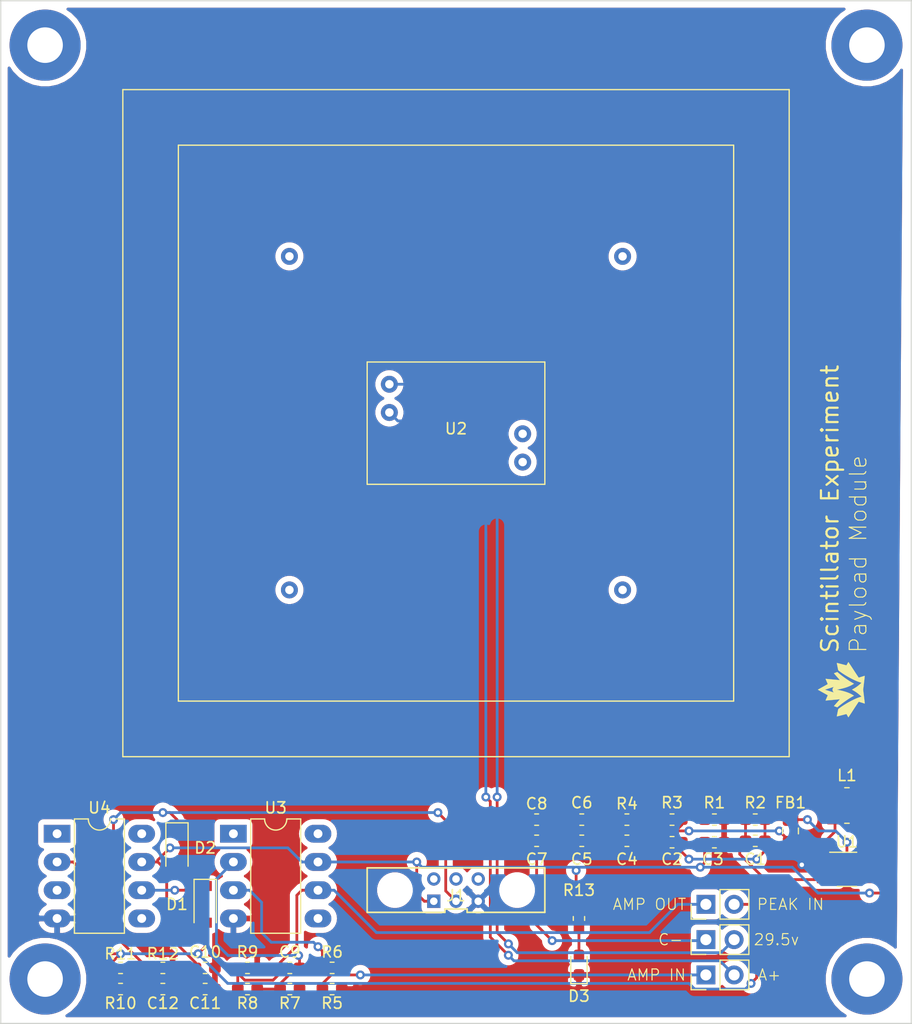
<source format=kicad_pcb>
(kicad_pcb (version 20171130) (host pcbnew "(5.1.5-0-10_14)")
  (layers (0 F.Cu signal) (31 B.Cu signal) (34 B.Paste user) (35 F.Paste user) (36 B.SilkS user) (37 F.SilkS user) (38 B.Mask user) (39 F.Mask user) (44 Edge.Cuts user))
  (net 0 "")
  (net 1 "Net-(C1-Pad2)")
  (net 2 "Net-(C1-Pad1)")
  (net 3 GND)
  (net 4 +5V)
  (net 5 "Net-(C4-Pad1)")
  (net 6 "Net-(C5-Pad1)")
  (net 7 "Net-(C6-Pad1)")
  (net 8 "Net-(C9-Pad1)")
  (net 9 "Net-(C9-Pad2)")
  (net 10 "Net-(C12-Pad1)")
  (net 11 "Net-(D1-Pad1)")
  (net 12 "Net-(D1-Pad2)")
  (net 13 "Net-(D3-Pad2)")
  (net 14 "Net-(JP1-Pad2)")
  (net 15 "Net-(JP1-Pad1)")
  (net 16 "Net-(JP2-Pad2)")
  (net 17 "Net-(L1-Pad1)")
  (net 18 "Net-(R6-Pad1)")
  (net 19 "Net-(U3-Pad1)")
  (net 20 "Net-(U3-Pad5)")
  (net 21 "Net-(U3-Pad8)")
  (net 22 "Net-(U4-Pad8)")
  (net 23 "Net-(U4-Pad3)")
  (net 24 "Net-(U4-Pad5)")
  (net 25 "Net-(U4-Pad1)")
  (module Payload2020_custom:SiPM (layer F.Cu) (at 41 38)
    (fp_text reference U2 (at 0 0.5) (layer F.SilkS))
    (fp_text value Broadcom_sipm)
    (pad 6 thru_hole circle (at -15 -15) (size 1.524 1.524) (drill 0.762) (layers *.Cu *.Mask))
    (pad 5 thru_hole circle (at 15 15) (size 1.524 1.524) (drill 0.762) (layers *.Cu *.Mask))
    (pad 4 thru_hole circle (at -15 15) (size 1.524 1.524) (drill 0.762) (layers *.Cu *.Mask))
    (pad 3 thru_hole circle (at 15 -15) (size 1.524 1.524) (drill 0.762) (layers *.Cu *.Mask))
    (pad "" thru_hole circle (at 6 0.96) (size 1.524 1.524) (drill 0.762) (layers *.Cu *.Mask))
    (pad "" thru_hole circle (at 6 3.5) (size 1.524 1.524) (drill 0.762) (layers *.Cu *.Mask))
    (pad 2 thru_hole circle (at -6 -0.96) (size 1.524 1.524) (drill 0.762) (layers *.Cu *.Mask) (net 14 "Net-(JP1-Pad2)"))
    (pad 1 thru_hole circle (at -6 -3.5) (size 1.524 1.524) (drill 0.762) (layers *.Cu *.Mask) (net 16 "Net-(JP2-Pad2)"))
  )
  (module Team_Logo:Logo_SilkScreen_5mm (layer F.Cu) (at 75.692 61.976 90)
    (fp_text reference G*** hide)
    (fp_text value LOGO hide)
  )
  (module MountingHole:MountingHole_3.2mm_M3_Pad (layer F.Cu) (at 4 4)
    (fp_text reference REF** hide)
    (fp_text value MountingHole_3.2mm_M3_Pad)
    (pad 1 thru_hole circle (at 0 0) (size 6.4 6.4) (drill 3.2) (layers *.Cu *.Mask))
  )
  (module MountingHole:MountingHole_3.2mm_M3_Pad (layer F.Cu) (at 78 4)
    (fp_text reference REF** hide)
    (fp_text value MountingHole_3.2mm_M3_Pad)
    (pad 1 thru_hole circle (at 0 0) (size 6.4 6.4) (drill 3.2) (layers *.Cu *.Mask))
  )
  (module MountingHole:MountingHole_3.2mm_M3_Pad (layer F.Cu) (at 78 88)
    (fp_text reference REF** hide)
    (fp_text value MountingHole_3.2mm_M3_Pad)
    (pad 1 thru_hole circle (at 0 0) (size 6.4 6.4) (drill 3.2) (layers *.Cu *.Mask))
  )
  (module MountingHole:MountingHole_3.2mm_M3_Pad (layer F.Cu) (at 4 88)
    (fp_text reference REF** hide)
    (fp_text value MountingHole_3.2mm_M3_Pad)
    (pad 1 thru_hole circle (at 0 0) (size 6.4 6.4) (drill 3.2) (layers *.Cu *.Mask))
  )
  (module Capacitor_SMD:C_0603_1608Metric_Pad1.05x0.95mm_HandSolder (layer F.Cu) (at 67.945 75.565 180)
    (fp_text reference C1 (at 0 -1.651) (layer F.SilkS))
    (fp_text value 22pF)
    (pad 2 smd roundrect (at 0.875 0 180) (size 1.05 0.95) (layers F.Cu F.Paste F.Mask) (net 1 "Net-(C1-Pad2)"))
    (pad 1 smd roundrect (at -0.875 0 180) (size 1.05 0.95) (layers F.Cu F.Paste F.Mask) (net 2 "Net-(C1-Pad1)"))
  )
  (module Capacitor_SMD:C_0603_1608Metric_Pad1.05x0.95mm_HandSolder (layer F.Cu) (at 60.452 75.692 180)
    (fp_text reference C2 (at 0 -1.524) (layer F.SilkS))
    (fp_text value 0.47uF)
    (pad 2 smd roundrect (at 0.875 0 180) (size 1.05 0.95) (layers F.Cu F.Paste F.Mask) (net 3 GND))
    (pad 1 smd roundrect (at -0.875 0 180) (size 1.05 0.95) (layers F.Cu F.Paste F.Mask) (net 2 "Net-(C1-Pad1)"))
  )
  (module Capacitor_SMD:C_0603_1608Metric_Pad1.05x0.95mm_HandSolder (layer F.Cu) (at 64.265001 75.691001)
    (fp_text reference C3 (at -0.130001 1.524999) (layer F.SilkS))
    (fp_text value 1uF)
    (pad 1 smd roundrect (at -0.875 0) (size 1.05 0.95) (layers F.Cu F.Paste F.Mask) (net 4 +5V))
    (pad 2 smd roundrect (at 0.875 0) (size 1.05 0.95) (layers F.Cu F.Paste F.Mask) (net 3 GND))
  )
  (module Capacitor_SMD:C_0603_1608Metric_Pad1.05x0.95mm_HandSolder (layer F.Cu) (at 56.388 75.565 180)
    (fp_text reference C4 (at 0 -1.651) (layer F.SilkS))
    (fp_text value 1uF)
    (pad 1 smd roundrect (at -0.875 0 180) (size 1.05 0.95) (layers F.Cu F.Paste F.Mask) (net 5 "Net-(C4-Pad1)"))
    (pad 2 smd roundrect (at 0.875 0 180) (size 1.05 0.95) (layers F.Cu F.Paste F.Mask) (net 3 GND))
  )
  (module Capacitor_SMD:C_0603_1608Metric_Pad1.05x0.95mm_HandSolder (layer F.Cu) (at 52.324 75.565 180)
    (fp_text reference C5 (at 0 -1.651) (layer F.SilkS))
    (fp_text value 10nF)
    (pad 2 smd roundrect (at 0.875 0 180) (size 1.05 0.95) (layers F.Cu F.Paste F.Mask) (net 3 GND))
    (pad 1 smd roundrect (at -0.875 0 180) (size 1.05 0.95) (layers F.Cu F.Paste F.Mask) (net 6 "Net-(C5-Pad1)"))
  )
  (module Capacitor_SMD:C_0603_1608Metric_Pad1.05x0.95mm_HandSolder (layer F.Cu) (at 52.324 73.66 180)
    (fp_text reference C6 (at 0 1.524) (layer F.SilkS))
    (fp_text value 10nF)
    (pad 1 smd roundrect (at -0.875 0 180) (size 1.05 0.95) (layers F.Cu F.Paste F.Mask) (net 7 "Net-(C6-Pad1)"))
    (pad 2 smd roundrect (at 0.875 0 180) (size 1.05 0.95) (layers F.Cu F.Paste F.Mask) (net 3 GND))
  )
  (module Capacitor_SMD:C_0603_1608Metric_Pad1.05x0.95mm_HandSolder (layer F.Cu) (at 48.26 75.565)
    (fp_text reference C7 (at 0 1.651) (layer F.SilkS))
    (fp_text value 10nF)
    (pad 1 smd roundrect (at -0.875 0) (size 1.05 0.95) (layers F.Cu F.Paste F.Mask) (net 7 "Net-(C6-Pad1)"))
    (pad 2 smd roundrect (at 0.875 0) (size 1.05 0.95) (layers F.Cu F.Paste F.Mask) (net 3 GND))
  )
  (module Capacitor_SMD:C_0603_1608Metric_Pad1.05x0.95mm_HandSolder (layer F.Cu) (at 48.26 73.66)
    (fp_text reference C8 (at 0 -1.43) (layer F.SilkS))
    (fp_text value 10nF)
    (pad 2 smd roundrect (at 0.875 0) (size 1.05 0.95) (layers F.Cu F.Paste F.Mask) (net 3 GND))
    (pad 1 smd roundrect (at -0.875 0) (size 1.05 0.95) (layers F.Cu F.Paste F.Mask) (net 7 "Net-(C6-Pad1)"))
  )
  (module Capacitor_SMD:C_0603_1608Metric_Pad1.05x0.95mm_HandSolder (layer F.Cu) (at 26.035 86.995)
    (fp_text reference C9 (at 0 -1.43) (layer F.SilkS))
    (fp_text value 10pF)
    (pad 1 smd roundrect (at -0.875 0) (size 1.05 0.95) (layers F.Cu F.Paste F.Mask) (net 8 "Net-(C9-Pad1)"))
    (pad 2 smd roundrect (at 0.875 0) (size 1.05 0.95) (layers F.Cu F.Paste F.Mask) (net 9 "Net-(C9-Pad2)"))
  )
  (module Capacitor_SMD:C_0603_1608Metric_Pad1.05x0.95mm_HandSolder (layer F.Cu) (at 18.415 86.995)
    (fp_text reference C10 (at 0 -1.43) (layer F.SilkS))
    (fp_text value 10uF)
    (pad 1 smd roundrect (at -0.875 0) (size 1.05 0.95) (layers F.Cu F.Paste F.Mask) (net 4 +5V))
    (pad 2 smd roundrect (at 0.875 0) (size 1.05 0.95) (layers F.Cu F.Paste F.Mask) (net 3 GND))
  )
  (module Capacitor_SMD:C_0603_1608Metric_Pad1.05x0.95mm_HandSolder (layer F.Cu) (at 18.415 88.9)
    (fp_text reference C11 (at 0 1.27) (layer F.SilkS))
    (fp_text value 10uF)
    (pad 2 smd roundrect (at 0.875 0) (size 1.05 0.95) (layers F.Cu F.Paste F.Mask) (net 3 GND))
    (pad 1 smd roundrect (at -0.875 0) (size 1.05 0.95) (layers F.Cu F.Paste F.Mask) (net 4 +5V))
  )
  (module Capacitor_SMD:C_0603_1608Metric_Pad1.05x0.95mm_HandSolder (layer F.Cu) (at 14.605 88.9)
    (fp_text reference C12 (at 0 1.27) (layer F.SilkS))
    (fp_text value 20nF)
    (pad 2 smd roundrect (at 0.875 0) (size 1.05 0.95) (layers F.Cu F.Paste F.Mask) (net 3 GND))
    (pad 1 smd roundrect (at -0.875 0) (size 1.05 0.95) (layers F.Cu F.Paste F.Mask) (net 10 "Net-(C12-Pad1)"))
  )
  (module Diode_SMD:D_SOD-123 (layer F.Cu) (at 18.415 81.28 270)
    (fp_text reference D1 (at 0 2.54 180) (layer F.SilkS))
    (fp_text value D_Schottky)
    (pad 1 smd rect (at -1.65 0 270) (size 0.9 1.2) (layers F.Cu F.Paste F.Mask) (net 11 "Net-(D1-Pad1)"))
    (pad 2 smd rect (at 1.65 0 270) (size 0.9 1.2) (layers F.Cu F.Paste F.Mask) (net 12 "Net-(D1-Pad2)"))
  )
  (module Diode_SMD:D_SOD-123 (layer F.Cu) (at 15.875 76.2 270)
    (fp_text reference D2 (at 0 -2.54 180) (layer F.SilkS))
    (fp_text value D_Schottky)
    (pad 2 smd rect (at 1.65 0 270) (size 0.9 1.2) (layers F.Cu F.Paste F.Mask) (net 11 "Net-(D1-Pad1)"))
    (pad 1 smd rect (at -1.65 0 270) (size 0.9 1.2) (layers F.Cu F.Paste F.Mask) (net 10 "Net-(C12-Pad1)"))
  )
  (module LED_SMD:LED_0603_1608Metric_Pad1.05x0.95mm_HandSolder (layer F.Cu) (at 52.07 86.755 90)
    (fp_text reference D3 (at -2.78 0 180) (layer F.SilkS))
    (fp_text value LED)
    (pad 1 smd roundrect (at -0.875 0 90) (size 1.05 0.95) (layers F.Cu F.Paste F.Mask) (net 3 GND))
    (pad 2 smd roundrect (at 0.875 0 90) (size 1.05 0.95) (layers F.Cu F.Paste F.Mask) (net 13 "Net-(D3-Pad2)"))
  )
  (module Resistor_SMD:R_0805_2012Metric_Pad1.15x1.40mm_HandSolder (layer F.Cu) (at 71.12 74.676 270)
    (fp_text reference FB1 (at -2.54 0 180) (layer F.SilkS))
    (fp_text value Ferrite_Bead)
    (pad 1 smd roundrect (at -1.025 0 270) (size 1.15 1.4) (layers F.Cu F.Paste F.Mask) (roundrect_rratio 0.217391) (net 2 "Net-(C1-Pad1)"))
    (pad 2 smd roundrect (at 1.025 0 270) (size 1.15 1.4) (layers F.Cu F.Paste F.Mask) (roundrect_rratio 0.217391) (net 5 "Net-(C4-Pad1)"))
  )
  (module Payload2020_Connectors:connector_Harwin_M80-5000642 (layer F.Cu) (at 41 80)
    (fp_text reference J1 (at 0 0.5) (layer F.SilkS))
    (fp_text value Conn_01x03)
    (pad 2 thru_hole circle (at 0 1) (size 1.2 1.2) (drill 0.68) (layers *.Cu *.Mask) (net 10 "Net-(C12-Pad1)"))
    (pad 1 thru_hole rect (at -2 1) (size 1.2 1.2) (drill 0.68) (layers *.Cu *.Mask) (net 4 +5V))
    (pad 3 thru_hole circle (at 2 1) (size 1.2 1.2) (drill 0.68) (layers *.Cu *.Mask) (net 3 GND))
    (pad 6 thru_hole circle (at 2 -1) (size 1.2 1.2) (drill 0.68) (layers *.Cu *.Mask))
    (pad 5 thru_hole circle (at 0 -1) (size 1.2 1.2) (drill 0.68) (layers *.Cu *.Mask))
    (pad 4 thru_hole circle (at -2 -1) (size 1.2 1.2) (drill 0.68) (layers *.Cu *.Mask))
    (pad "" np_thru_hole circle (at 5.5 0) (size 2.2 2.2) (drill 2.2) (layers *.Cu *.Mask))
    (pad "" np_thru_hole circle (at -5.5 0) (size 2.2 2.2) (drill 2.2) (layers *.Cu *.Mask))
  )
  (module Connector_PinHeader_2.54mm:PinHeader_1x02_P2.54mm_Vertical (layer F.Cu) (at 63.5 87.63 90)
    (fp_text reference JP1 hide)
    (fp_text value Jumper)
    (pad 2 thru_hole oval (at 0 2.54 90) (size 1.7 1.7) (drill 1) (layers *.Cu *.Mask) (net 14 "Net-(JP1-Pad2)"))
    (pad 1 thru_hole rect (at 0 0 90) (size 1.7 1.7) (drill 1) (layers *.Cu *.Mask) (net 15 "Net-(JP1-Pad1)"))
  )
  (module Connector_PinHeader_2.54mm:PinHeader_1x02_P2.54mm_Vertical (layer F.Cu) (at 63.5 84.455 90)
    (fp_text reference JP2 hide)
    (fp_text value Jumper)
    (pad 1 thru_hole rect (at 0 0 90) (size 1.7 1.7) (drill 1) (layers *.Cu *.Mask) (net 7 "Net-(C6-Pad1)"))
    (pad 2 thru_hole oval (at 0 2.54 90) (size 1.7 1.7) (drill 1) (layers *.Cu *.Mask) (net 16 "Net-(JP2-Pad2)"))
  )
  (module Connector_PinHeader_2.54mm:PinHeader_1x02_P2.54mm_Vertical (layer F.Cu) (at 63.5 81.28 90)
    (fp_text reference JP3 hide)
    (fp_text value Jumper)
    (pad 1 thru_hole rect (at 0 0 90) (size 1.7 1.7) (drill 1) (layers *.Cu *.Mask) (net 8 "Net-(C9-Pad1)"))
    (pad 2 thru_hole oval (at 0 2.54 90) (size 1.7 1.7) (drill 1) (layers *.Cu *.Mask) (net 12 "Net-(D1-Pad2)"))
  )
  (module Inductor_SMD:L_Wuerth_MAPI-3020 (layer F.Cu) (at 76.2 72.39)
    (fp_text reference L1 (at 0 -2.7) (layer F.SilkS))
    (fp_text value 47uH)
    (pad 1 smd rect (at -1.075 0) (size 1.35 3.4) (layers F.Cu F.Paste F.Mask) (net 17 "Net-(L1-Pad1)"))
    (pad 2 smd rect (at 1.075 0) (size 1.35 3.4) (layers F.Cu F.Paste F.Mask) (net 4 +5V))
  )
  (module Resistor_SMD:R_0603_1608Metric_Pad1.05x0.95mm_HandSolder (layer F.Cu) (at 64.265001 73.66)
    (fp_text reference R1 (at 0 -1.524) (layer F.SilkS))
    (fp_text value 10k)
    (pad 2 smd roundrect (at 0.875 0) (size 1.05 0.95) (layers F.Cu F.Paste F.Mask) (net 3 GND))
    (pad 1 smd roundrect (at -0.875 0) (size 1.05 0.95) (layers F.Cu F.Paste F.Mask) (net 1 "Net-(C1-Pad2)"))
  )
  (module Resistor_SMD:R_0603_1608Metric_Pad1.05x0.95mm_HandSolder (layer F.Cu) (at 67.945 73.66 180)
    (fp_text reference R2 (at 0 1.524) (layer F.SilkS))
    (fp_text value 226k)
    (pad 1 smd roundrect (at -0.875 0 180) (size 1.05 0.95) (layers F.Cu F.Paste F.Mask) (net 2 "Net-(C1-Pad1)"))
    (pad 2 smd roundrect (at 0.875 0 180) (size 1.05 0.95) (layers F.Cu F.Paste F.Mask) (net 1 "Net-(C1-Pad2)"))
  )
  (module Resistor_SMD:R_0603_1608Metric_Pad1.05x0.95mm_HandSolder (layer F.Cu) (at 60.452 73.66)
    (fp_text reference R3 (at 0 -1.524) (layer F.SilkS))
    (fp_text value 49.9)
    (pad 1 smd roundrect (at -0.875 0) (size 1.05 0.95) (layers F.Cu F.Paste F.Mask) (net 6 "Net-(C5-Pad1)"))
    (pad 2 smd roundrect (at 0.875 0) (size 1.05 0.95) (layers F.Cu F.Paste F.Mask) (net 5 "Net-(C4-Pad1)"))
  )
  (module Resistor_SMD:R_0603_1608Metric_Pad1.05x0.95mm_HandSolder (layer F.Cu) (at 56.388 73.66)
    (fp_text reference R4 (at 0 -1.43) (layer F.SilkS))
    (fp_text value 49.9)
    (pad 2 smd roundrect (at 0.875 0) (size 1.05 0.95) (layers F.Cu F.Paste F.Mask) (net 6 "Net-(C5-Pad1)"))
    (pad 1 smd roundrect (at -0.875 0) (size 1.05 0.95) (layers F.Cu F.Paste F.Mask) (net 7 "Net-(C6-Pad1)"))
  )
  (module Resistor_SMD:R_0603_1608Metric_Pad1.05x0.95mm_HandSolder (layer F.Cu) (at 29.845 88.9)
    (fp_text reference R5 (at 0 1.27) (layer F.SilkS))
    (fp_text value 49.9)
    (pad 1 smd roundrect (at -0.875 0) (size 1.05 0.95) (layers F.Cu F.Paste F.Mask) (net 15 "Net-(JP1-Pad1)"))
    (pad 2 smd roundrect (at 0.875 0) (size 1.05 0.95) (layers F.Cu F.Paste F.Mask) (net 3 GND))
  )
  (module Resistor_SMD:R_0603_1608Metric_Pad1.05x0.95mm_HandSolder (layer F.Cu) (at 29.845 86.995)
    (fp_text reference R6 (at 0 -1.43) (layer F.SilkS))
    (fp_text value 1k)
    (pad 2 smd roundrect (at 0.875 0) (size 1.05 0.95) (layers F.Cu F.Paste F.Mask) (net 15 "Net-(JP1-Pad1)"))
    (pad 1 smd roundrect (at -0.875 0) (size 1.05 0.95) (layers F.Cu F.Paste F.Mask) (net 18 "Net-(R6-Pad1)"))
  )
  (module Resistor_SMD:R_0603_1608Metric_Pad1.05x0.95mm_HandSolder (layer F.Cu) (at 26.035 88.9)
    (fp_text reference R7 (at 0 1.27) (layer F.SilkS))
    (fp_text value 249)
    (pad 1 smd roundrect (at -0.875 0) (size 1.05 0.95) (layers F.Cu F.Paste F.Mask) (net 9 "Net-(C9-Pad2)"))
    (pad 2 smd roundrect (at 0.875 0) (size 1.05 0.95) (layers F.Cu F.Paste F.Mask) (net 3 GND))
  )
  (module Resistor_SMD:R_0603_1608Metric_Pad1.05x0.95mm_HandSolder (layer F.Cu) (at 22.225 88.9 180)
    (fp_text reference R8 (at 0 -1.27) (layer F.SilkS))
    (fp_text value 10k)
    (pad 1 smd roundrect (at -0.875 0 180) (size 1.05 0.95) (layers F.Cu F.Paste F.Mask) (net 9 "Net-(C9-Pad2)"))
    (pad 2 smd roundrect (at 0.875 0 180) (size 1.05 0.95) (layers F.Cu F.Paste F.Mask) (net 8 "Net-(C9-Pad1)"))
  )
  (module Resistor_SMD:R_0603_1608Metric_Pad1.05x0.95mm_HandSolder (layer F.Cu) (at 22.225 86.995)
    (fp_text reference R9 (at 0 -1.43) (layer F.SilkS))
    (fp_text value 10k)
    (pad 2 smd roundrect (at 0.875 0) (size 1.05 0.95) (layers F.Cu F.Paste F.Mask) (net 3 GND))
    (pad 1 smd roundrect (at -0.875 0) (size 1.05 0.95) (layers F.Cu F.Paste F.Mask) (net 8 "Net-(C9-Pad1)"))
  )
  (module Resistor_SMD:R_0603_1608Metric_Pad1.05x0.95mm_HandSolder (layer F.Cu) (at 10.795 88.9)
    (fp_text reference R10 (at 0 1.27) (layer F.SilkS))
    (fp_text value 100k)
    (pad 1 smd roundrect (at -0.875 0) (size 1.05 0.95) (layers F.Cu F.Paste F.Mask) (net 12 "Net-(D1-Pad2)"))
    (pad 2 smd roundrect (at 0.875 0) (size 1.05 0.95) (layers F.Cu F.Paste F.Mask) (net 3 GND))
  )
  (module Resistor_SMD:R_0603_1608Metric_Pad1.05x0.95mm_HandSolder (layer F.Cu) (at 10.795 86.995 180)
    (fp_text reference R11 (at 0 1.27) (layer F.SilkS))
    (fp_text value 100k)
    (pad 2 smd roundrect (at 0.875 0 180) (size 1.05 0.95) (layers F.Cu F.Paste F.Mask) (net 12 "Net-(D1-Pad2)"))
    (pad 1 smd roundrect (at -0.875 0 180) (size 1.05 0.95) (layers F.Cu F.Paste F.Mask) (net 10 "Net-(C12-Pad1)"))
  )
  (module Resistor_SMD:R_0603_1608Metric_Pad1.05x0.95mm_HandSolder (layer F.Cu) (at 14.605 86.995)
    (fp_text reference R12 (at 0 -1.27) (layer F.SilkS))
    (fp_text value 24.9k)
    (pad 1 smd roundrect (at -0.875 0) (size 1.05 0.95) (layers F.Cu F.Paste F.Mask) (net 10 "Net-(C12-Pad1)"))
    (pad 2 smd roundrect (at 0.875 0) (size 1.05 0.95) (layers F.Cu F.Paste F.Mask) (net 3 GND))
  )
  (module Resistor_SMD:R_0603_1608Metric_Pad1.05x0.95mm_HandSolder (layer F.Cu) (at 52.07 82.55 270)
    (fp_text reference R13 (at -2.54 0 180) (layer F.SilkS))
    (fp_text value R)
    (pad 2 smd roundrect (at 0.875 0 270) (size 1.05 0.95) (layers F.Cu F.Paste F.Mask) (net 13 "Net-(D3-Pad2)"))
    (pad 1 smd roundrect (at -0.875 0 270) (size 1.05 0.95) (layers F.Cu F.Paste F.Mask) (net 4 +5V))
  )
  (module Package_TO_SOT_SMD:TSOT-23-6_HandSoldering (layer F.Cu) (at 76.2 78.105)
    (fp_text reference U1 (at 0 -2.45) (layer F.SilkS))
    (fp_text value Lineartech_DC_booster)
    (pad 1 smd rect (at -1.71 -0.95) (size 2 0.65) (layers F.Cu F.Paste F.Mask) (net 17 "Net-(L1-Pad1)"))
    (pad 2 smd rect (at -1.71 0) (size 2 0.65) (layers F.Cu F.Paste F.Mask) (net 3 GND))
    (pad 3 smd rect (at -1.71 0.95) (size 2 0.65) (layers F.Cu F.Paste F.Mask) (net 1 "Net-(C1-Pad2)"))
    (pad 4 smd rect (at 1.71 0.95) (size 2 0.65) (layers F.Cu F.Paste F.Mask) (net 4 +5V))
    (pad 5 smd rect (at 1.71 0) (size 2 0.65) (layers F.Cu F.Paste F.Mask) (net 2 "Net-(C1-Pad1)"))
    (pad 6 smd rect (at 1.71 -0.95) (size 2 0.65) (layers F.Cu F.Paste F.Mask) (net 4 +5V))
  )
  (module Package_DIP:DIP-8_W7.62mm_LongPads (layer F.Cu) (at 20.955 74.93)
    (fp_text reference U3 (at 3.81 -2.33) (layer F.SilkS))
    (fp_text value LT1006)
    (pad 1 thru_hole rect (at 0 0) (size 2.4 1.6) (drill 0.8) (layers *.Cu *.Mask) (net 19 "Net-(U3-Pad1)"))
    (pad 5 thru_hole oval (at 7.62 7.62) (size 2.4 1.6) (drill 0.8) (layers *.Cu *.Mask) (net 20 "Net-(U3-Pad5)"))
    (pad 2 thru_hole oval (at 0 2.54) (size 2.4 1.6) (drill 0.8) (layers *.Cu *.Mask) (net 9 "Net-(C9-Pad2)"))
    (pad 6 thru_hole oval (at 7.62 5.08) (size 2.4 1.6) (drill 0.8) (layers *.Cu *.Mask) (net 8 "Net-(C9-Pad1)"))
    (pad 3 thru_hole oval (at 0 5.08) (size 2.4 1.6) (drill 0.8) (layers *.Cu *.Mask) (net 18 "Net-(R6-Pad1)"))
    (pad 7 thru_hole oval (at 7.62 2.54) (size 2.4 1.6) (drill 0.8) (layers *.Cu *.Mask) (net 4 +5V))
    (pad 4 thru_hole oval (at 0 7.62) (size 2.4 1.6) (drill 0.8) (layers *.Cu *.Mask) (net 3 GND))
    (pad 8 thru_hole oval (at 7.62 0) (size 2.4 1.6) (drill 0.8) (layers *.Cu *.Mask) (net 21 "Net-(U3-Pad8)"))
  )
  (module Package_DIP:DIP-8_W7.62mm_LongPads (layer F.Cu) (at 5.08 74.93)
    (fp_text reference U4 (at 3.81 -2.33) (layer F.SilkS))
    (fp_text value LT1006)
    (pad 8 thru_hole oval (at 7.62 0) (size 2.4 1.6) (drill 0.8) (layers *.Cu *.Mask) (net 22 "Net-(U4-Pad8)"))
    (pad 4 thru_hole oval (at 0 7.62) (size 2.4 1.6) (drill 0.8) (layers *.Cu *.Mask) (net 3 GND))
    (pad 7 thru_hole oval (at 7.62 2.54) (size 2.4 1.6) (drill 0.8) (layers *.Cu *.Mask) (net 4 +5V))
    (pad 3 thru_hole oval (at 0 5.08) (size 2.4 1.6) (drill 0.8) (layers *.Cu *.Mask) (net 23 "Net-(U4-Pad3)"))
    (pad 6 thru_hole oval (at 7.62 5.08) (size 2.4 1.6) (drill 0.8) (layers *.Cu *.Mask) (net 11 "Net-(D1-Pad1)"))
    (pad 2 thru_hole oval (at 0 2.54) (size 2.4 1.6) (drill 0.8) (layers *.Cu *.Mask) (net 12 "Net-(D1-Pad2)"))
    (pad 5 thru_hole oval (at 7.62 7.62) (size 2.4 1.6) (drill 0.8) (layers *.Cu *.Mask) (net 24 "Net-(U4-Pad5)"))
    (pad 1 thru_hole rect (at 0 0) (size 2.4 1.6) (drill 0.8) (layers *.Cu *.Mask) (net 25 "Net-(U4-Pad1)"))
  )
  (gr_text "Payload Module" (at 77.216 49.784 90) (layer F.SilkS) (effects (font (size 1.5 1.5) (thickness 0.1))))
  (gr_text "Scintillator Experiment" (at 74.676 45.72 90) (layer F.SilkS) (effects (font (size 1.5 1.5) (thickness 0.2))))
  (gr_text "AMP IN" (at 59.055 87.63) (layer F.SilkS) (effects (font (size 1 1) (thickness 0.1))))
  (gr_text "AMP OUT" (at 58.42 81.28) (layer F.SilkS) (effects (font (size 1 1) (thickness 0.1))))
  (gr_text C- (at 60.325 84.455) (layer F.SilkS) (effects (font (size 1 1) (thickness 0.1))))
  (gr_text A+ (at 69.215 87.63) (layer F.SilkS) (effects (font (size 1 1) (thickness 0.1))))
  (gr_text 29.5v (at 69.85 84.455) (layer F.SilkS) (effects (font (size 1 1) (thickness 0.1))))
  (gr_text "PEAK IN" (at 71.12 81.28) (layer F.SilkS) (effects (font (size 1 1) (thickness 0.1))))
  (gr_line (start 0 0) (end 0 92) (layer Edge.Cuts) (width 0.12))
  (gr_line (start 82 0) (end 82 92) (layer Edge.Cuts) (width 0.12))
  (gr_line (start 0 92) (end 82 92) (layer Edge.Cuts) (width 0.12))
  (gr_line (start 0 0) (end 82 0) (layer Edge.Cuts) (width 0.12))
  (segment (start 63.390001 73.185) (end 64.185001 72.39) (width 0.25) (layer F.Cu) (net 1))
  (segment (start 63.390001 73.66) (end 63.390001 73.185) (width 0.25) (layer F.Cu) (net 1))
  (segment (start 67.07 73.185) (end 67.07 73.66) (width 0.25) (layer F.Cu) (net 1))
  (segment (start 66.275 72.39) (end 67.07 73.185) (width 0.25) (layer F.Cu) (net 1))
  (segment (start 64.185001 72.39) (end 66.275 72.39) (width 0.25) (layer F.Cu) (net 1))
  (segment (start 67.07 73.66) (end 67.07 75.565) (width 0.25) (layer F.Cu) (net 1))
  (segment (start 68.837998 79.055) (end 73.24 79.055) (width 0.25) (layer F.Cu) (net 1))
  (segment (start 66.548 76.765002) (end 68.837998 79.055) (width 0.25) (layer F.Cu) (net 1))
  (segment (start 66.548 76.087) (end 66.548 76.765002) (width 0.25) (layer F.Cu) (net 1))
  (segment (start 73.24 79.055) (end 74.49 79.055) (width 0.25) (layer F.Cu) (net 1))
  (segment (start 67.07 75.565) (end 66.548 76.087) (width 0.25) (layer F.Cu) (net 1))
  (segment (start 68.82 75.565) (end 68.82 73.66) (width 0.25) (layer F.Cu) (net 2))
  (segment (start 68.829 73.651) (end 68.82 73.66) (width 0.25) (layer F.Cu) (net 2))
  (segment (start 71.12 73.651) (end 68.829 73.651) (width 0.25) (layer F.Cu) (net 2))
  (segment (start 68.82 75.565) (end 68.82 76.04) (width 0.25) (layer F.Cu) (net 2))
  (segment (start 76.2 77.645) (end 76.2 75.692) (width 0.25) (layer F.Cu) (net 2))
  (segment (start 76.66 78.105) (end 76.2 77.645) (width 0.25) (layer F.Cu) (net 2))
  (via (at 76.2 75.692) (size 0.8) (drill 0.4) (layers F.Cu B.Cu) (net 2))
  (segment (start 77.91 78.105) (end 76.66 78.105) (width 0.25) (layer F.Cu) (net 2))
  (segment (start 76.2 75.692) (end 75.184 74.676) (width 0.25) (layer B.Cu) (net 2))
  (via (at 72.644 73.66) (size 0.8) (drill 0.4) (layers F.Cu B.Cu) (net 2))
  (segment (start 73.66 74.676) (end 72.644 73.66) (width 0.25) (layer B.Cu) (net 2))
  (segment (start 75.184 74.676) (end 73.66 74.676) (width 0.25) (layer B.Cu) (net 2))
  (segment (start 71.129 73.66) (end 71.12 73.651) (width 0.25) (layer F.Cu) (net 2))
  (segment (start 72.644 73.66) (end 71.129 73.66) (width 0.25) (layer F.Cu) (net 2))
  (via (at 61.976 77.216) (size 0.8) (drill 0.4) (layers F.Cu B.Cu) (net 2))
  (segment (start 61.327 76.567) (end 61.976 77.216) (width 0.25) (layer F.Cu) (net 2))
  (segment (start 61.327 75.692) (end 61.327 76.567) (width 0.25) (layer F.Cu) (net 2))
  (via (at 68.072 77.216) (size 0.8) (drill 0.4) (layers F.Cu B.Cu) (net 2))
  (segment (start 61.976 77.216) (end 68.072 77.216) (width 0.25) (layer B.Cu) (net 2))
  (segment (start 68.82 76.468) (end 68.82 75.565) (width 0.25) (layer F.Cu) (net 2))
  (segment (start 68.072 77.216) (end 68.82 76.468) (width 0.25) (layer F.Cu) (net 2))
  (via (at 72.136 77.724) (size 0.8) (drill 0.4) (layers F.Cu B.Cu) (net 3))
  (segment (start 72.517 78.105) (end 72.136 77.724) (width 0.25) (layer F.Cu) (net 3))
  (segment (start 74.49 78.105) (end 72.517 78.105) (width 0.25) (layer F.Cu) (net 3))
  (segment (start 17.54 86.995) (end 17.54 88.9) (width 0.25) (layer F.Cu) (net 4))
  (segment (start 14.949999 78.269999) (end 14.15 77.47) (width 0.25) (layer F.Cu) (net 4))
  (segment (start 14.949999 83.929999) (end 14.949999 78.269999) (width 0.25) (layer F.Cu) (net 4))
  (segment (start 17.54 86.52) (end 14.949999 83.929999) (width 0.25) (layer F.Cu) (net 4))
  (segment (start 14.15 77.47) (end 12.7 77.47) (width 0.25) (layer F.Cu) (net 4))
  (segment (start 17.54 86.995) (end 17.54 86.52) (width 0.25) (layer F.Cu) (net 4))
  (segment (start 27.125 77.47) (end 25.855 76.2) (width 0.25) (layer B.Cu) (net 4))
  (segment (start 28.575 77.47) (end 27.125 77.47) (width 0.25) (layer B.Cu) (net 4))
  (via (at 15.24 76.2) (size 0.8) (drill 0.4) (layers F.Cu B.Cu) (net 4))
  (segment (start 25.855 76.2) (end 15.24 76.2) (width 0.25) (layer B.Cu) (net 4))
  (segment (start 14.15 77.29) (end 14.15 77.47) (width 0.25) (layer F.Cu) (net 4))
  (segment (start 15.24 76.2) (end 14.15 77.29) (width 0.25) (layer F.Cu) (net 4))
  (via (at 37.465 77.47) (size 0.8) (drill 0.4) (layers F.Cu B.Cu) (net 4))
  (segment (start 28.575 77.47) (end 37.465 77.47) (width 0.25) (layer B.Cu) (net 4))
  (segment (start 37.465 80.315) (end 38.15 81) (width 0.25) (layer F.Cu) (net 4))
  (segment (start 38.15 81) (end 39 81) (width 0.25) (layer F.Cu) (net 4))
  (segment (start 37.465 77.47) (end 37.465 80.315) (width 0.25) (layer F.Cu) (net 4))
  (segment (start 79.16 79.055) (end 79.756 78.459) (width 0.25) (layer F.Cu) (net 4))
  (segment (start 77.91 79.055) (end 79.16 79.055) (width 0.25) (layer F.Cu) (net 4))
  (segment (start 79.16 77.155) (end 77.91 77.155) (width 0.25) (layer F.Cu) (net 4))
  (segment (start 79.756 77.751) (end 79.16 77.155) (width 0.25) (layer F.Cu) (net 4))
  (via (at 62.992 77.941) (size 0.8) (drill 0.4) (layers F.Cu B.Cu) (net 4))
  (segment (start 37.465 77.47) (end 37.936 77.941) (width 0.25) (layer B.Cu) (net 4))
  (segment (start 63.390001 77.542999) (end 62.992 77.941) (width 0.25) (layer F.Cu) (net 4))
  (segment (start 63.390001 75.691001) (end 63.390001 77.542999) (width 0.25) (layer F.Cu) (net 4))
  (via (at 78.232 80.264) (size 0.8) (drill 0.4) (layers F.Cu B.Cu) (net 4))
  (segment (start 73.602998 80.264) (end 78.232 80.264) (width 0.25) (layer B.Cu) (net 4))
  (segment (start 71.279998 77.941) (end 73.602998 80.264) (width 0.25) (layer B.Cu) (net 4))
  (segment (start 62.992 77.941) (end 71.279998 77.941) (width 0.25) (layer B.Cu) (net 4))
  (segment (start 79.756 78.232) (end 79.756 77.751) (width 0.25) (layer F.Cu) (net 4))
  (segment (start 79.756 78.459) (end 79.756 78.232) (width 0.25) (layer F.Cu) (net 4))
  (segment (start 79.248 80.264) (end 78.232 80.264) (width 0.25) (layer F.Cu) (net 4))
  (segment (start 79.756 79.756) (end 79.248 80.264) (width 0.25) (layer F.Cu) (net 4))
  (segment (start 79.756 78.232) (end 79.756 79.756) (width 0.25) (layer F.Cu) (net 4))
  (segment (start 78.2 72.39) (end 77.275 72.39) (width 0.25) (layer F.Cu) (net 4))
  (segment (start 79.756 73.946) (end 78.2 72.39) (width 0.25) (layer F.Cu) (net 4))
  (segment (start 79.756 77.751) (end 79.756 73.946) (width 0.25) (layer F.Cu) (net 4))
  (via (at 51.816 78.232) (size 0.8) (drill 0.4) (layers F.Cu B.Cu) (net 4))
  (segment (start 51.525 77.941) (end 51.816 78.232) (width 0.25) (layer B.Cu) (net 4))
  (segment (start 37.936 77.941) (end 51.525 77.941) (width 0.25) (layer B.Cu) (net 4))
  (segment (start 51.525 77.941) (end 62.992 77.941) (width 0.25) (layer B.Cu) (net 4))
  (segment (start 51.816 81.421) (end 52.07 81.675) (width 0.25) (layer F.Cu) (net 4))
  (segment (start 51.816 78.232) (end 51.816 81.421) (width 0.25) (layer F.Cu) (net 4))
  (segment (start 57.263 75.09) (end 57.46101 74.89199) (width 0.25) (layer F.Cu) (net 5))
  (via (at 70.104 74.676) (size 0.8) (drill 0.4) (layers F.Cu B.Cu) (net 5))
  (segment (start 71.12 75.692) (end 70.104 74.676) (width 0.25) (layer F.Cu) (net 5))
  (segment (start 71.12 75.701) (end 71.12 75.692) (width 0.25) (layer F.Cu) (net 5))
  (via (at 61.976 74.676) (size 0.8) (drill 0.4) (layers F.Cu B.Cu) (net 5))
  (segment (start 70.104 74.676) (end 61.976 74.676) (width 0.25) (layer B.Cu) (net 5))
  (segment (start 57.263 75.09) (end 57.263 75.565) (width 0.25) (layer F.Cu) (net 5))
  (segment (start 57.677 74.676) (end 57.263 75.09) (width 0.25) (layer F.Cu) (net 5))
  (segment (start 60.786 74.676) (end 60.452 74.676) (width 0.25) (layer F.Cu) (net 5))
  (segment (start 61.327 73.66) (end 61.327 74.135) (width 0.25) (layer F.Cu) (net 5))
  (segment (start 61.327 74.135) (end 60.786 74.676) (width 0.25) (layer F.Cu) (net 5))
  (segment (start 60.452 74.676) (end 57.677 74.676) (width 0.25) (layer F.Cu) (net 5))
  (segment (start 61.976 74.676) (end 60.452 74.676) (width 0.25) (layer F.Cu) (net 5))
  (segment (start 57.263 74.135) (end 57.263 73.66) (width 0.25) (layer F.Cu) (net 6))
  (segment (start 54.82899 74.46001) (end 56.93799 74.46001) (width 0.25) (layer F.Cu) (net 6))
  (segment (start 56.93799 74.46001) (end 57.263 74.135) (width 0.25) (layer F.Cu) (net 6))
  (segment (start 53.724 75.565) (end 54.82899 74.46001) (width 0.25) (layer F.Cu) (net 6))
  (segment (start 53.199 75.565) (end 53.724 75.565) (width 0.25) (layer F.Cu) (net 6))
  (segment (start 57.263 73.66) (end 59.577 73.66) (width 0.25) (layer F.Cu) (net 6))
  (segment (start 47.385 75.565) (end 47.385 73.66) (width 0.25) (layer F.Cu) (net 7))
  (segment (start 47.385 73.185) (end 47.385 73.66) (width 0.25) (layer F.Cu) (net 7))
  (segment (start 53.199 73.185) (end 52.404 72.39) (width 0.25) (layer F.Cu) (net 7))
  (segment (start 48.18 72.39) (end 47.385 73.185) (width 0.25) (layer F.Cu) (net 7))
  (segment (start 52.404 72.39) (end 48.18 72.39) (width 0.25) (layer F.Cu) (net 7))
  (segment (start 53.199 73.66) (end 53.199 73.185) (width 0.25) (layer F.Cu) (net 7))
  (segment (start 54.718 72.39) (end 55.513 73.185) (width 0.25) (layer F.Cu) (net 7))
  (segment (start 55.513 73.185) (end 55.513 73.66) (width 0.25) (layer F.Cu) (net 7))
  (segment (start 52.404 72.39) (end 54.718 72.39) (width 0.25) (layer F.Cu) (net 7))
  (segment (start 47.385 76.04) (end 48.26 76.915) (width 0.25) (layer F.Cu) (net 7))
  (segment (start 47.385 75.565) (end 47.385 76.04) (width 0.25) (layer F.Cu) (net 7))
  (via (at 49.657 84.545) (size 0.8) (drill 0.4) (layers F.Cu B.Cu) (net 7))
  (segment (start 48.26 83.148) (end 49.657 84.545) (width 0.25) (layer F.Cu) (net 7))
  (segment (start 48.26 76.915) (end 48.26 83.148) (width 0.25) (layer F.Cu) (net 7))
  (segment (start 63.41 84.545) (end 63.5 84.455) (width 0.25) (layer B.Cu) (net 7))
  (segment (start 49.657 84.545) (end 63.41 84.545) (width 0.25) (layer B.Cu) (net 7))
  (segment (start 21.35 86.995) (end 21.35 88.9) (width 0.25) (layer F.Cu) (net 8))
  (segment (start 25.16 87.47) (end 25.16 86.995) (width 0.25) (layer F.Cu) (net 8))
  (segment (start 24.53001 88.09999) (end 25.16 87.47) (width 0.25) (layer F.Cu) (net 8))
  (segment (start 21.97999 88.09999) (end 24.53001 88.09999) (width 0.25) (layer F.Cu) (net 8))
  (segment (start 21.35 87.47) (end 21.97999 88.09999) (width 0.25) (layer F.Cu) (net 8))
  (segment (start 21.35 86.995) (end 21.35 87.47) (width 0.25) (layer F.Cu) (net 8))
  (segment (start 25.16 86.52) (end 26.67 85.01) (width 0.25) (layer F.Cu) (net 8))
  (segment (start 25.16 86.995) (end 25.16 86.52) (width 0.25) (layer F.Cu) (net 8))
  (segment (start 27.125 80.01) (end 28.575 80.01) (width 0.25) (layer F.Cu) (net 8))
  (segment (start 26.67 80.465) (end 27.125 80.01) (width 0.25) (layer F.Cu) (net 8))
  (segment (start 26.67 85.01) (end 26.67 80.465) (width 0.25) (layer F.Cu) (net 8))
  (segment (start 60.96 81.28) (end 63.5 81.28) (width 0.25) (layer B.Cu) (net 8))
  (segment (start 58.42 83.82) (end 60.96 81.28) (width 0.25) (layer B.Cu) (net 8))
  (segment (start 33.835 83.82) (end 58.42 83.82) (width 0.25) (layer B.Cu) (net 8))
  (segment (start 30.025 80.01) (end 33.835 83.82) (width 0.25) (layer B.Cu) (net 8))
  (segment (start 28.575 80.01) (end 30.025 80.01) (width 0.25) (layer B.Cu) (net 8))
  (segment (start 23.1 88.9) (end 25.16 88.9) (width 0.25) (layer F.Cu) (net 9))
  (segment (start 26.59 86.995) (end 26.91 86.995) (width 0.25) (layer F.Cu) (net 9))
  (segment (start 25.16 88.425) (end 26.59 86.995) (width 0.25) (layer F.Cu) (net 9))
  (segment (start 25.16 88.9) (end 25.16 88.425) (width 0.25) (layer F.Cu) (net 9))
  (segment (start 26.91 85.965) (end 26.825153 85.880153) (width 0.25) (layer F.Cu) (net 9))
  (via (at 26.825153 85.880153) (size 0.8) (drill 0.4) (layers F.Cu B.Cu) (net 9))
  (segment (start 26.91 86.995) (end 26.91 85.965) (width 0.25) (layer F.Cu) (net 9))
  (segment (start 26.825153 85.880153) (end 20.475153 85.880153) (width 0.25) (layer B.Cu) (net 9))
  (segment (start 19.42999 84.83499) (end 19.42999 78.99501) (width 0.25) (layer B.Cu) (net 9))
  (segment (start 20.475153 85.880153) (end 19.42999 84.83499) (width 0.25) (layer B.Cu) (net 9))
  (segment (start 19.42999 78.99501) (end 20.955 77.47) (width 0.25) (layer B.Cu) (net 9))
  (segment (start 11.67 86.995) (end 13.73 86.995) (width 0.25) (layer F.Cu) (net 10))
  (segment (start 13.73 86.995) (end 13.73 88.9) (width 0.25) (layer F.Cu) (net 10))
  (via (at 10.16 73.66) (size 0.8) (drill 0.4) (layers F.Cu B.Cu) (net 10))
  (segment (start 10.16 83.95) (end 10.16 73.66) (width 0.25) (layer F.Cu) (net 10))
  (segment (start 13.205 86.995) (end 10.16 83.95) (width 0.25) (layer F.Cu) (net 10))
  (segment (start 13.73 86.995) (end 13.205 86.995) (width 0.25) (layer F.Cu) (net 10))
  (segment (start 10.16 73.66) (end 10.795 73.025) (width 0.25) (layer B.Cu) (net 10))
  (via (at 14.605 73.025) (size 0.8) (drill 0.4) (layers F.Cu B.Cu) (net 10))
  (segment (start 10.795 73.025) (end 14.605 73.025) (width 0.25) (layer B.Cu) (net 10))
  (segment (start 14.605 73.025) (end 15.24 73.025) (width 0.25) (layer F.Cu) (net 10))
  (segment (start 15.875 73.66) (end 15.875 74.55) (width 0.25) (layer F.Cu) (net 10))
  (segment (start 15.24 73.025) (end 15.875 73.66) (width 0.25) (layer F.Cu) (net 10))
  (segment (start 14.605 73.025) (end 28.661004 73.025) (width 0.25) (layer B.Cu) (net 10))
  (via (at 39.37 73.025) (size 0.8) (drill 0.4) (layers F.Cu B.Cu) (net 10))
  (segment (start 28.661004 73.025) (end 39.37 73.025) (width 0.25) (layer B.Cu) (net 10))
  (segment (start 40.074999 80.074999) (end 40.400001 80.400001) (width 0.25) (layer F.Cu) (net 10))
  (segment (start 40.400001 80.400001) (end 41 81) (width 0.25) (layer F.Cu) (net 10))
  (segment (start 40.074999 73.729999) (end 40.074999 80.074999) (width 0.25) (layer F.Cu) (net 10))
  (segment (start 39.37 73.025) (end 40.074999 73.729999) (width 0.25) (layer F.Cu) (net 10))
  (segment (start 17.565 79.63) (end 18.415 79.63) (width 0.25) (layer F.Cu) (net 11))
  (segment (start 16.955 79.63) (end 17.565 79.63) (width 0.25) (layer F.Cu) (net 11))
  (segment (start 15.875 77.85) (end 15.875 78.55) (width 0.25) (layer F.Cu) (net 11))
  (via (at 15.674999 80.01) (size 0.8) (drill 0.4) (layers F.Cu B.Cu) (net 11))
  (segment (start 12.7 80.01) (end 15.674999 80.01) (width 0.25) (layer B.Cu) (net 11))
  (segment (start 15.875 78.55) (end 16.955 79.63) (width 0.25) (layer F.Cu) (net 11))
  (segment (start 16.575 80.01) (end 16.955 79.63) (width 0.25) (layer F.Cu) (net 11))
  (segment (start 15.674999 80.01) (end 16.575 80.01) (width 0.25) (layer F.Cu) (net 11))
  (segment (start 9.92 88.9) (end 9.92 86.995) (width 0.25) (layer F.Cu) (net 12))
  (via (at 10.795 85.725) (size 0.8) (drill 0.4) (layers F.Cu B.Cu) (net 12))
  (segment (start 9.92 86.6) (end 10.795 85.725) (width 0.25) (layer F.Cu) (net 12))
  (segment (start 9.92 86.995) (end 9.92 86.6) (width 0.25) (layer F.Cu) (net 12))
  (via (at 17.78 85.725) (size 0.8) (drill 0.4) (layers F.Cu B.Cu) (net 12))
  (segment (start 10.795 85.725) (end 17.78 85.725) (width 0.25) (layer B.Cu) (net 12))
  (segment (start 17.78 85.725) (end 18.415 85.09) (width 0.25) (layer F.Cu) (net 12))
  (segment (start 18.415 85.09) (end 18.415 82.93) (width 0.25) (layer F.Cu) (net 12))
  (segment (start 10.795 85.725) (end 8.255 85.725) (width 0.25) (layer F.Cu) (net 12))
  (segment (start 8.255 85.725) (end 6.985 84.455) (width 0.25) (layer F.Cu) (net 12))
  (segment (start 6.53 77.47) (end 5.08 77.47) (width 0.25) (layer F.Cu) (net 12))
  (segment (start 6.985 77.925) (end 6.53 77.47) (width 0.25) (layer F.Cu) (net 12))
  (segment (start 6.985 84.455) (end 6.985 77.925) (width 0.25) (layer F.Cu) (net 12))
  (segment (start 17.78 85.725) (end 20.447 88.392) (width 0.25) (layer B.Cu) (net 12))
  (segment (start 20.447 88.392) (end 34.036 88.392) (width 0.25) (layer B.Cu) (net 12))
  (segment (start 34.036 88.392) (end 61.976 88.392) (width 0.25) (layer B.Cu) (net 12))
  (segment (start 61.976 88.392) (end 62.484 88.9) (width 0.25) (layer B.Cu) (net 12))
  (via (at 67.564 88.392) (size 0.8) (drill 0.4) (layers F.Cu B.Cu) (net 12))
  (segment (start 67.056 88.9) (end 67.564 88.392) (width 0.25) (layer B.Cu) (net 12))
  (segment (start 62.484 88.9) (end 67.056 88.9) (width 0.25) (layer B.Cu) (net 12))
  (segment (start 67.564 88.392) (end 68.072 87.884) (width 0.25) (layer F.Cu) (net 12))
  (segment (start 68.072 87.884) (end 68.072 81.788) (width 0.25) (layer F.Cu) (net 12))
  (segment (start 67.564 81.28) (end 66.04 81.28) (width 0.25) (layer F.Cu) (net 12))
  (segment (start 68.072 81.788) (end 67.564 81.28) (width 0.25) (layer F.Cu) (net 12))
  (segment (start 52.07 83.425) (end 52.07 85.88) (width 0.25) (layer F.Cu) (net 13))
  (via (at 43.688 71.628) (size 0.8) (drill 0.4) (layers F.Cu B.Cu) (net 14))
  (via (at 45.715347 85.856653) (size 0.8) (drill 0.4) (layers F.Cu B.Cu) (net 14))
  (segment (start 44.087999 84.229305) (end 45.715347 85.856653) (width 0.25) (layer F.Cu) (net 14))
  (segment (start 44.087999 72.027999) (end 44.087999 84.229305) (width 0.25) (layer F.Cu) (net 14))
  (segment (start 43.688 71.628) (end 44.087999 72.027999) (width 0.25) (layer F.Cu) (net 14))
  (segment (start 45.715347 85.856653) (end 46.218694 86.36) (width 0.25) (layer B.Cu) (net 14))
  (segment (start 64.77 86.36) (end 66.04 87.63) (width 0.25) (layer B.Cu) (net 14))
  (segment (start 46.218694 86.36) (end 64.77 86.36) (width 0.25) (layer B.Cu) (net 14))
  (segment (start 35.761999 37.801999) (end 42.373999 37.801999) (width 0.25) (layer B.Cu) (net 14))
  (segment (start 35 37.04) (end 35.761999 37.801999) (width 0.25) (layer B.Cu) (net 14))
  (segment (start 42.373999 37.801999) (end 43.688 39.116) (width 0.25) (layer B.Cu) (net 14))
  (segment (start 43.688 39.116) (end 43.688 49.276) (width 0.25) (layer B.Cu) (net 14))
  (segment (start 43.688 49.276) (end 43.688 47.752) (width 0.25) (layer B.Cu) (net 14))
  (segment (start 43.688 71.628) (end 43.688 49.276) (width 0.25) (layer B.Cu) (net 14))
  (segment (start 30.4 86.995) (end 30.72 86.995) (width 0.25) (layer F.Cu) (net 15))
  (segment (start 28.97 88.425) (end 30.4 86.995) (width 0.25) (layer F.Cu) (net 15))
  (segment (start 28.97 88.9) (end 28.97 88.425) (width 0.25) (layer F.Cu) (net 15))
  (segment (start 31.115 86.6) (end 30.72 86.995) (width 0.25) (layer F.Cu) (net 15))
  (segment (start 36.83 87.63) (end 63.5 87.63) (width 0.25) (layer B.Cu) (net 15))
  (via (at 32.385 87.63) (size 0.8) (drill 0.4) (layers F.Cu B.Cu) (net 15))
  (segment (start 63.5 87.63) (end 32.385 87.63) (width 0.25) (layer B.Cu) (net 15))
  (segment (start 31.355 87.63) (end 30.72 86.995) (width 0.25) (layer F.Cu) (net 15))
  (segment (start 32.385 87.63) (end 31.355 87.63) (width 0.25) (layer F.Cu) (net 15))
  (segment (start 46.514001 85.630001) (end 45.72 84.836) (width 0.25) (layer B.Cu) (net 16))
  (via (at 45.72 84.836) (size 0.8) (drill 0.4) (layers F.Cu B.Cu) (net 16))
  (segment (start 64.864999 85.630001) (end 46.514001 85.630001) (width 0.25) (layer B.Cu) (net 16))
  (segment (start 66.04 84.455) (end 64.864999 85.630001) (width 0.25) (layer B.Cu) (net 16))
  (via (at 44.704 71.628) (size 0.8) (drill 0.4) (layers F.Cu B.Cu) (net 16))
  (segment (start 44.704 83.82) (end 44.704 71.628) (width 0.25) (layer F.Cu) (net 16))
  (segment (start 45.72 84.836) (end 44.704 83.82) (width 0.25) (layer F.Cu) (net 16))
  (segment (start 44.704 38.608) (end 40.596 34.5) (width 0.25) (layer B.Cu) (net 16))
  (segment (start 40.596 34.5) (end 35 34.5) (width 0.25) (layer B.Cu) (net 16))
  (segment (start 44.704 71.628) (end 44.704 38.608) (width 0.25) (layer B.Cu) (net 16))
  (segment (start 74.49 77.155) (end 74.49 75.37) (width 0.25) (layer F.Cu) (net 17))
  (segment (start 75.125 74.735) (end 75.125 72.39) (width 0.25) (layer F.Cu) (net 17))
  (segment (start 74.49 75.37) (end 75.125 74.735) (width 0.25) (layer F.Cu) (net 17))
  (via (at 28.575 85.09) (size 0.8) (drill 0.4) (layers F.Cu B.Cu) (net 18))
  (segment (start 28.97 85.485) (end 28.575 85.09) (width 0.25) (layer F.Cu) (net 18))
  (segment (start 28.97 86.995) (end 28.97 85.485) (width 0.25) (layer F.Cu) (net 18))
  (segment (start 22.405 80.01) (end 23.495 81.1) (width 0.25) (layer B.Cu) (net 18))
  (segment (start 20.955 80.01) (end 22.405 80.01) (width 0.25) (layer B.Cu) (net 18))
  (segment (start 28.175001 84.690001) (end 24.365001 84.690001) (width 0.25) (layer B.Cu) (net 18))
  (segment (start 28.575 85.09) (end 28.175001 84.690001) (width 0.25) (layer B.Cu) (net 18))
  (segment (start 24.365001 84.690001) (end 23.495 83.82) (width 0.25) (layer B.Cu) (net 18))
  (segment (start 23.495 81.1) (end 23.495 83.82) (width 0.25) (layer B.Cu) (net 18))
  (zone (net 3) (net_name GND) (layer F.Cu) (connect_pads (clearance 0.508)) (min_thickness 0.254) (fill yes (arc_segments 32) (thermal_gap 0.508) (thermal_bridge_width 0.508))
    (polygon (pts (xy 80.645 91.44) (xy 0.635 91.44) (xy 0.635 0.635) (xy 81.28 0.635)))
  )
  (zone (net 3) (net_name GND) (layer B.Cu) (connect_pads (clearance 0.508)) (min_thickness 0.254) (fill yes (arc_segments 32) (thermal_gap 0.508) (thermal_bridge_width 0.508))
    (polygon (pts (xy 80.645 91.44) (xy 0.635 91.44) (xy 0.635 0.635) (xy 81.28 0.635)))
  )
)
</source>
